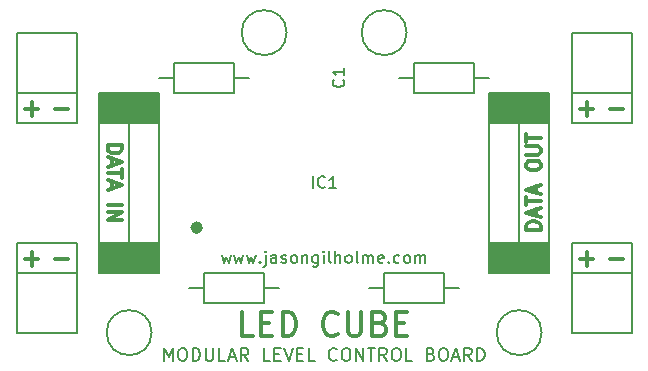
<source format=gto>
G04 #@! TF.FileFunction,Legend,Top*
%FSLAX46Y46*%
G04 Gerber Fmt 4.6, Leading zero omitted, Abs format (unit mm)*
G04 Created by KiCad (PCBNEW 4.0.0-rc2-stable) date Sun 15 Nov 2015 10:20:30 AEDT*
%MOMM*%
G01*
G04 APERTURE LIST*
%ADD10C,0.100000*%
%ADD11C,0.200000*%
%ADD12C,0.300000*%
%ADD13C,0.500000*%
%ADD14C,0.150000*%
%ADD15C,0.254000*%
G04 APERTURE END LIST*
D10*
D11*
X155233810Y-107132381D02*
X155233810Y-106132381D01*
X156281429Y-107037143D02*
X156233810Y-107084762D01*
X156090953Y-107132381D01*
X155995715Y-107132381D01*
X155852857Y-107084762D01*
X155757619Y-106989524D01*
X155710000Y-106894286D01*
X155662381Y-106703810D01*
X155662381Y-106560952D01*
X155710000Y-106370476D01*
X155757619Y-106275238D01*
X155852857Y-106180000D01*
X155995715Y-106132381D01*
X156090953Y-106132381D01*
X156233810Y-106180000D01*
X156281429Y-106227619D01*
X157233810Y-107132381D02*
X156662381Y-107132381D01*
X156948095Y-107132381D02*
X156948095Y-106132381D01*
X156852857Y-106275238D01*
X156757619Y-106370476D01*
X156662381Y-106418095D01*
D12*
X150209999Y-119649762D02*
X149257618Y-119649762D01*
X149257618Y-117649762D01*
X150876666Y-118602143D02*
X151543333Y-118602143D01*
X151829047Y-119649762D02*
X150876666Y-119649762D01*
X150876666Y-117649762D01*
X151829047Y-117649762D01*
X152686190Y-119649762D02*
X152686190Y-117649762D01*
X153162381Y-117649762D01*
X153448095Y-117745000D01*
X153638571Y-117935476D01*
X153733810Y-118125952D01*
X153829048Y-118506905D01*
X153829048Y-118792619D01*
X153733810Y-119173571D01*
X153638571Y-119364048D01*
X153448095Y-119554524D01*
X153162381Y-119649762D01*
X152686190Y-119649762D01*
X157352858Y-119459286D02*
X157257620Y-119554524D01*
X156971905Y-119649762D01*
X156781429Y-119649762D01*
X156495715Y-119554524D01*
X156305239Y-119364048D01*
X156210000Y-119173571D01*
X156114762Y-118792619D01*
X156114762Y-118506905D01*
X156210000Y-118125952D01*
X156305239Y-117935476D01*
X156495715Y-117745000D01*
X156781429Y-117649762D01*
X156971905Y-117649762D01*
X157257620Y-117745000D01*
X157352858Y-117840238D01*
X158210000Y-117649762D02*
X158210000Y-119268810D01*
X158305239Y-119459286D01*
X158400477Y-119554524D01*
X158590953Y-119649762D01*
X158971905Y-119649762D01*
X159162381Y-119554524D01*
X159257620Y-119459286D01*
X159352858Y-119268810D01*
X159352858Y-117649762D01*
X160971905Y-118602143D02*
X161257619Y-118697381D01*
X161352858Y-118792619D01*
X161448096Y-118983095D01*
X161448096Y-119268810D01*
X161352858Y-119459286D01*
X161257619Y-119554524D01*
X161067143Y-119649762D01*
X160305238Y-119649762D01*
X160305238Y-117649762D01*
X160971905Y-117649762D01*
X161162381Y-117745000D01*
X161257619Y-117840238D01*
X161352858Y-118030714D01*
X161352858Y-118221190D01*
X161257619Y-118411667D01*
X161162381Y-118506905D01*
X160971905Y-118602143D01*
X160305238Y-118602143D01*
X162305238Y-118602143D02*
X162971905Y-118602143D01*
X163257619Y-119649762D02*
X162305238Y-119649762D01*
X162305238Y-117649762D01*
X163257619Y-117649762D01*
D11*
X175260000Y-99060000D02*
X175260000Y-101600000D01*
X170180000Y-99060000D02*
X175260000Y-99060000D01*
X170180000Y-101600000D02*
X170180000Y-99060000D01*
X175260000Y-114300000D02*
X175260000Y-111760000D01*
X170180000Y-114300000D02*
X175260000Y-114300000D01*
X170180000Y-111760000D02*
X170180000Y-114300000D01*
X137160000Y-114300000D02*
X137160000Y-111760000D01*
X142240000Y-114300000D02*
X137160000Y-114300000D01*
X142240000Y-113665000D02*
X142240000Y-114300000D01*
X142240000Y-111760000D02*
X142240000Y-113665000D01*
X137160000Y-99060000D02*
X137160000Y-101600000D01*
X142240000Y-99060000D02*
X137160000Y-99060000D01*
X142240000Y-101600000D02*
X142240000Y-99060000D01*
X137160000Y-111760000D02*
X139700000Y-111760000D01*
X137160000Y-101600000D02*
X137160000Y-111760000D01*
X139700000Y-101600000D02*
X137160000Y-101600000D01*
D12*
X137887143Y-103508571D02*
X139087143Y-103508571D01*
X139087143Y-103794286D01*
X139030000Y-103965714D01*
X138915714Y-104080000D01*
X138801429Y-104137143D01*
X138572857Y-104194286D01*
X138401429Y-104194286D01*
X138172857Y-104137143D01*
X138058571Y-104080000D01*
X137944286Y-103965714D01*
X137887143Y-103794286D01*
X137887143Y-103508571D01*
X138230000Y-104651428D02*
X138230000Y-105222857D01*
X137887143Y-104537143D02*
X139087143Y-104937143D01*
X137887143Y-105337143D01*
X139087143Y-105565714D02*
X139087143Y-106251428D01*
X137887143Y-105908571D02*
X139087143Y-105908571D01*
X138230000Y-106594285D02*
X138230000Y-107165714D01*
X137887143Y-106480000D02*
X139087143Y-106880000D01*
X137887143Y-107280000D01*
X137887143Y-108594285D02*
X139087143Y-108594285D01*
X137887143Y-109165714D02*
X139087143Y-109165714D01*
X137887143Y-109851429D01*
X139087143Y-109851429D01*
D11*
X175260000Y-111760000D02*
X172720000Y-111760000D01*
X175260000Y-101600000D02*
X175260000Y-111760000D01*
X172720000Y-101600000D02*
X175260000Y-101600000D01*
D12*
X174532857Y-110651429D02*
X173332857Y-110651429D01*
X173332857Y-110365714D01*
X173390000Y-110194286D01*
X173504286Y-110080000D01*
X173618571Y-110022857D01*
X173847143Y-109965714D01*
X174018571Y-109965714D01*
X174247143Y-110022857D01*
X174361429Y-110080000D01*
X174475714Y-110194286D01*
X174532857Y-110365714D01*
X174532857Y-110651429D01*
X174190000Y-109508572D02*
X174190000Y-108937143D01*
X174532857Y-109622857D02*
X173332857Y-109222857D01*
X174532857Y-108822857D01*
X173332857Y-108594286D02*
X173332857Y-107908572D01*
X174532857Y-108251429D02*
X173332857Y-108251429D01*
X174190000Y-107565715D02*
X174190000Y-106994286D01*
X174532857Y-107680000D02*
X173332857Y-107280000D01*
X174532857Y-106880000D01*
X173332857Y-105337143D02*
X173332857Y-105108572D01*
X173390000Y-104994286D01*
X173504286Y-104880000D01*
X173732857Y-104822858D01*
X174132857Y-104822858D01*
X174361429Y-104880000D01*
X174475714Y-104994286D01*
X174532857Y-105108572D01*
X174532857Y-105337143D01*
X174475714Y-105451429D01*
X174361429Y-105565715D01*
X174132857Y-105622858D01*
X173732857Y-105622858D01*
X173504286Y-105565715D01*
X173390000Y-105451429D01*
X173332857Y-105337143D01*
X173332857Y-104308572D02*
X174304286Y-104308572D01*
X174418571Y-104251429D01*
X174475714Y-104194286D01*
X174532857Y-104080000D01*
X174532857Y-103851429D01*
X174475714Y-103737143D01*
X174418571Y-103680000D01*
X174304286Y-103622857D01*
X173332857Y-103622857D01*
X173332857Y-103222857D02*
X173332857Y-102537143D01*
X174532857Y-102880000D02*
X173332857Y-102880000D01*
X180403572Y-100437143D02*
X181546429Y-100437143D01*
X177863572Y-100437143D02*
X179006429Y-100437143D01*
X178435000Y-101008571D02*
X178435000Y-99865714D01*
D11*
X182245000Y-101600000D02*
X177165000Y-101600000D01*
X182245000Y-99060000D02*
X182245000Y-101600000D01*
X177165000Y-101600000D02*
X177165000Y-99060000D01*
X177165000Y-111760000D02*
X177165000Y-114300000D01*
X182245000Y-111760000D02*
X177165000Y-111760000D01*
X182245000Y-114300000D02*
X182245000Y-111760000D01*
D12*
X177863572Y-113137143D02*
X179006429Y-113137143D01*
X178435000Y-113708571D02*
X178435000Y-112565714D01*
D11*
X182245000Y-114300000D02*
X177165000Y-114300000D01*
X182245000Y-119380000D02*
X182245000Y-114300000D01*
X177165000Y-119380000D02*
X182245000Y-119380000D01*
X177165000Y-114300000D02*
X177165000Y-119380000D01*
D12*
X180403572Y-113137143D02*
X181546429Y-113137143D01*
D11*
X135255000Y-101600000D02*
X135255000Y-99060000D01*
X130175000Y-101600000D02*
X135255000Y-101600000D01*
X130175000Y-99060000D02*
X130175000Y-101600000D01*
X135255000Y-111760000D02*
X135255000Y-114300000D01*
X130175000Y-111760000D02*
X135255000Y-111760000D01*
X130175000Y-114300000D02*
X130175000Y-111760000D01*
D12*
X133413572Y-113137143D02*
X134556429Y-113137143D01*
X130873572Y-113137143D02*
X132016429Y-113137143D01*
X131445000Y-113708571D02*
X131445000Y-112565714D01*
D11*
X135255000Y-114300000D02*
X130175000Y-114300000D01*
X135255000Y-119380000D02*
X135255000Y-114300000D01*
X130175000Y-119380000D02*
X135255000Y-119380000D01*
X130175000Y-114300000D02*
X130175000Y-119380000D01*
D12*
X133413572Y-100437143D02*
X134556429Y-100437143D01*
X130873572Y-100437143D02*
X132016429Y-100437143D01*
X131445000Y-101008571D02*
X131445000Y-99865714D01*
D11*
X142240000Y-101600000D02*
X139700000Y-101600000D01*
X142240000Y-111760000D02*
X142240000Y-101600000D01*
X139700000Y-111760000D02*
X142240000Y-111760000D01*
X139700000Y-101600000D02*
X139700000Y-111760000D01*
X170180000Y-111760000D02*
X170180000Y-101600000D01*
X172720000Y-111760000D02*
X170180000Y-111760000D01*
X172720000Y-101600000D02*
X172720000Y-111760000D01*
X170180000Y-101600000D02*
X172720000Y-101600000D01*
X130175000Y-99060000D02*
X130175000Y-93980000D01*
X135255000Y-99060000D02*
X130175000Y-99060000D01*
X135255000Y-93980000D02*
X135255000Y-99060000D01*
X134620000Y-93980000D02*
X135255000Y-93980000D01*
X130175000Y-93980000D02*
X134620000Y-93980000D01*
X177165000Y-99060000D02*
X177165000Y-93980000D01*
X182245000Y-99060000D02*
X177165000Y-99060000D01*
X182245000Y-93980000D02*
X182245000Y-99060000D01*
X177165000Y-93980000D02*
X182245000Y-93980000D01*
X174625000Y-119380000D02*
G75*
G03X174625000Y-119380000I-1905000J0D01*
G01*
X141605000Y-119380000D02*
G75*
G03X141605000Y-119380000I-1905000J0D01*
G01*
X163195000Y-93980000D02*
G75*
G03X163195000Y-93980000I-1905000J0D01*
G01*
X153035000Y-93980000D02*
G75*
G03X153035000Y-93980000I-1905000J0D01*
G01*
D13*
X145695000Y-110490000D02*
G75*
G03X145695000Y-110490000I-280000J0D01*
G01*
D11*
X142669525Y-121782619D02*
X142669525Y-120682619D01*
X143036191Y-121468333D01*
X143402858Y-120682619D01*
X143402858Y-121782619D01*
X144136192Y-120682619D02*
X144345715Y-120682619D01*
X144450477Y-120735000D01*
X144555239Y-120839762D01*
X144607620Y-121049286D01*
X144607620Y-121415952D01*
X144555239Y-121625476D01*
X144450477Y-121730238D01*
X144345715Y-121782619D01*
X144136192Y-121782619D01*
X144031430Y-121730238D01*
X143926668Y-121625476D01*
X143874287Y-121415952D01*
X143874287Y-121049286D01*
X143926668Y-120839762D01*
X144031430Y-120735000D01*
X144136192Y-120682619D01*
X145079049Y-121782619D02*
X145079049Y-120682619D01*
X145340954Y-120682619D01*
X145498096Y-120735000D01*
X145602858Y-120839762D01*
X145655239Y-120944524D01*
X145707620Y-121154048D01*
X145707620Y-121311190D01*
X145655239Y-121520714D01*
X145602858Y-121625476D01*
X145498096Y-121730238D01*
X145340954Y-121782619D01*
X145079049Y-121782619D01*
X146179049Y-120682619D02*
X146179049Y-121573095D01*
X146231430Y-121677857D01*
X146283811Y-121730238D01*
X146388573Y-121782619D01*
X146598096Y-121782619D01*
X146702858Y-121730238D01*
X146755239Y-121677857D01*
X146807620Y-121573095D01*
X146807620Y-120682619D01*
X147855239Y-121782619D02*
X147331430Y-121782619D01*
X147331430Y-120682619D01*
X148169525Y-121468333D02*
X148693334Y-121468333D01*
X148064763Y-121782619D02*
X148431430Y-120682619D01*
X148798096Y-121782619D01*
X149793334Y-121782619D02*
X149426668Y-121258810D01*
X149164763Y-121782619D02*
X149164763Y-120682619D01*
X149583810Y-120682619D01*
X149688572Y-120735000D01*
X149740953Y-120787381D01*
X149793334Y-120892143D01*
X149793334Y-121049286D01*
X149740953Y-121154048D01*
X149688572Y-121206429D01*
X149583810Y-121258810D01*
X149164763Y-121258810D01*
X151626667Y-121782619D02*
X151102858Y-121782619D01*
X151102858Y-120682619D01*
X151993334Y-121206429D02*
X152360000Y-121206429D01*
X152517143Y-121782619D02*
X151993334Y-121782619D01*
X151993334Y-120682619D01*
X152517143Y-120682619D01*
X152831429Y-120682619D02*
X153198096Y-121782619D01*
X153564762Y-120682619D01*
X153931429Y-121206429D02*
X154298095Y-121206429D01*
X154455238Y-121782619D02*
X153931429Y-121782619D01*
X153931429Y-120682619D01*
X154455238Y-120682619D01*
X155450476Y-121782619D02*
X154926667Y-121782619D01*
X154926667Y-120682619D01*
X157283809Y-121677857D02*
X157231428Y-121730238D01*
X157074285Y-121782619D01*
X156969523Y-121782619D01*
X156812381Y-121730238D01*
X156707619Y-121625476D01*
X156655238Y-121520714D01*
X156602857Y-121311190D01*
X156602857Y-121154048D01*
X156655238Y-120944524D01*
X156707619Y-120839762D01*
X156812381Y-120735000D01*
X156969523Y-120682619D01*
X157074285Y-120682619D01*
X157231428Y-120735000D01*
X157283809Y-120787381D01*
X157964762Y-120682619D02*
X158174285Y-120682619D01*
X158279047Y-120735000D01*
X158383809Y-120839762D01*
X158436190Y-121049286D01*
X158436190Y-121415952D01*
X158383809Y-121625476D01*
X158279047Y-121730238D01*
X158174285Y-121782619D01*
X157964762Y-121782619D01*
X157860000Y-121730238D01*
X157755238Y-121625476D01*
X157702857Y-121415952D01*
X157702857Y-121049286D01*
X157755238Y-120839762D01*
X157860000Y-120735000D01*
X157964762Y-120682619D01*
X158907619Y-121782619D02*
X158907619Y-120682619D01*
X159536190Y-121782619D01*
X159536190Y-120682619D01*
X159902857Y-120682619D02*
X160531428Y-120682619D01*
X160217143Y-121782619D02*
X160217143Y-120682619D01*
X161526666Y-121782619D02*
X161160000Y-121258810D01*
X160898095Y-121782619D02*
X160898095Y-120682619D01*
X161317142Y-120682619D01*
X161421904Y-120735000D01*
X161474285Y-120787381D01*
X161526666Y-120892143D01*
X161526666Y-121049286D01*
X161474285Y-121154048D01*
X161421904Y-121206429D01*
X161317142Y-121258810D01*
X160898095Y-121258810D01*
X162207619Y-120682619D02*
X162417142Y-120682619D01*
X162521904Y-120735000D01*
X162626666Y-120839762D01*
X162679047Y-121049286D01*
X162679047Y-121415952D01*
X162626666Y-121625476D01*
X162521904Y-121730238D01*
X162417142Y-121782619D01*
X162207619Y-121782619D01*
X162102857Y-121730238D01*
X161998095Y-121625476D01*
X161945714Y-121415952D01*
X161945714Y-121049286D01*
X161998095Y-120839762D01*
X162102857Y-120735000D01*
X162207619Y-120682619D01*
X163674285Y-121782619D02*
X163150476Y-121782619D01*
X163150476Y-120682619D01*
X165245713Y-121206429D02*
X165402856Y-121258810D01*
X165455237Y-121311190D01*
X165507618Y-121415952D01*
X165507618Y-121573095D01*
X165455237Y-121677857D01*
X165402856Y-121730238D01*
X165298094Y-121782619D01*
X164879047Y-121782619D01*
X164879047Y-120682619D01*
X165245713Y-120682619D01*
X165350475Y-120735000D01*
X165402856Y-120787381D01*
X165455237Y-120892143D01*
X165455237Y-120996905D01*
X165402856Y-121101667D01*
X165350475Y-121154048D01*
X165245713Y-121206429D01*
X164879047Y-121206429D01*
X166188571Y-120682619D02*
X166398094Y-120682619D01*
X166502856Y-120735000D01*
X166607618Y-120839762D01*
X166659999Y-121049286D01*
X166659999Y-121415952D01*
X166607618Y-121625476D01*
X166502856Y-121730238D01*
X166398094Y-121782619D01*
X166188571Y-121782619D01*
X166083809Y-121730238D01*
X165979047Y-121625476D01*
X165926666Y-121415952D01*
X165926666Y-121049286D01*
X165979047Y-120839762D01*
X166083809Y-120735000D01*
X166188571Y-120682619D01*
X167079047Y-121468333D02*
X167602856Y-121468333D01*
X166974285Y-121782619D02*
X167340952Y-120682619D01*
X167707618Y-121782619D01*
X168702856Y-121782619D02*
X168336190Y-121258810D01*
X168074285Y-121782619D02*
X168074285Y-120682619D01*
X168493332Y-120682619D01*
X168598094Y-120735000D01*
X168650475Y-120787381D01*
X168702856Y-120892143D01*
X168702856Y-121049286D01*
X168650475Y-121154048D01*
X168598094Y-121206429D01*
X168493332Y-121258810D01*
X168074285Y-121258810D01*
X169174285Y-121782619D02*
X169174285Y-120682619D01*
X169436190Y-120682619D01*
X169593332Y-120735000D01*
X169698094Y-120839762D01*
X169750475Y-120944524D01*
X169802856Y-121154048D01*
X169802856Y-121311190D01*
X169750475Y-121520714D01*
X169698094Y-121625476D01*
X169593332Y-121730238D01*
X169436190Y-121782619D01*
X169174285Y-121782619D01*
D14*
X147543334Y-112815714D02*
X147733810Y-113482381D01*
X147924287Y-113006190D01*
X148114763Y-113482381D01*
X148305239Y-112815714D01*
X148590953Y-112815714D02*
X148781429Y-113482381D01*
X148971906Y-113006190D01*
X149162382Y-113482381D01*
X149352858Y-112815714D01*
X149638572Y-112815714D02*
X149829048Y-113482381D01*
X150019525Y-113006190D01*
X150210001Y-113482381D01*
X150400477Y-112815714D01*
X150781429Y-113387143D02*
X150829048Y-113434762D01*
X150781429Y-113482381D01*
X150733810Y-113434762D01*
X150781429Y-113387143D01*
X150781429Y-113482381D01*
X151257619Y-112815714D02*
X151257619Y-113672857D01*
X151210000Y-113768095D01*
X151114762Y-113815714D01*
X151067143Y-113815714D01*
X151257619Y-112482381D02*
X151210000Y-112530000D01*
X151257619Y-112577619D01*
X151305238Y-112530000D01*
X151257619Y-112482381D01*
X151257619Y-112577619D01*
X152162381Y-113482381D02*
X152162381Y-112958571D01*
X152114762Y-112863333D01*
X152019524Y-112815714D01*
X151829047Y-112815714D01*
X151733809Y-112863333D01*
X152162381Y-113434762D02*
X152067143Y-113482381D01*
X151829047Y-113482381D01*
X151733809Y-113434762D01*
X151686190Y-113339524D01*
X151686190Y-113244286D01*
X151733809Y-113149048D01*
X151829047Y-113101429D01*
X152067143Y-113101429D01*
X152162381Y-113053810D01*
X152590952Y-113434762D02*
X152686190Y-113482381D01*
X152876666Y-113482381D01*
X152971905Y-113434762D01*
X153019524Y-113339524D01*
X153019524Y-113291905D01*
X152971905Y-113196667D01*
X152876666Y-113149048D01*
X152733809Y-113149048D01*
X152638571Y-113101429D01*
X152590952Y-113006190D01*
X152590952Y-112958571D01*
X152638571Y-112863333D01*
X152733809Y-112815714D01*
X152876666Y-112815714D01*
X152971905Y-112863333D01*
X153590952Y-113482381D02*
X153495714Y-113434762D01*
X153448095Y-113387143D01*
X153400476Y-113291905D01*
X153400476Y-113006190D01*
X153448095Y-112910952D01*
X153495714Y-112863333D01*
X153590952Y-112815714D01*
X153733810Y-112815714D01*
X153829048Y-112863333D01*
X153876667Y-112910952D01*
X153924286Y-113006190D01*
X153924286Y-113291905D01*
X153876667Y-113387143D01*
X153829048Y-113434762D01*
X153733810Y-113482381D01*
X153590952Y-113482381D01*
X154352857Y-112815714D02*
X154352857Y-113482381D01*
X154352857Y-112910952D02*
X154400476Y-112863333D01*
X154495714Y-112815714D01*
X154638572Y-112815714D01*
X154733810Y-112863333D01*
X154781429Y-112958571D01*
X154781429Y-113482381D01*
X155686191Y-112815714D02*
X155686191Y-113625238D01*
X155638572Y-113720476D01*
X155590953Y-113768095D01*
X155495714Y-113815714D01*
X155352857Y-113815714D01*
X155257619Y-113768095D01*
X155686191Y-113434762D02*
X155590953Y-113482381D01*
X155400476Y-113482381D01*
X155305238Y-113434762D01*
X155257619Y-113387143D01*
X155210000Y-113291905D01*
X155210000Y-113006190D01*
X155257619Y-112910952D01*
X155305238Y-112863333D01*
X155400476Y-112815714D01*
X155590953Y-112815714D01*
X155686191Y-112863333D01*
X156162381Y-113482381D02*
X156162381Y-112815714D01*
X156162381Y-112482381D02*
X156114762Y-112530000D01*
X156162381Y-112577619D01*
X156210000Y-112530000D01*
X156162381Y-112482381D01*
X156162381Y-112577619D01*
X156781428Y-113482381D02*
X156686190Y-113434762D01*
X156638571Y-113339524D01*
X156638571Y-112482381D01*
X157162381Y-113482381D02*
X157162381Y-112482381D01*
X157590953Y-113482381D02*
X157590953Y-112958571D01*
X157543334Y-112863333D01*
X157448096Y-112815714D01*
X157305238Y-112815714D01*
X157210000Y-112863333D01*
X157162381Y-112910952D01*
X158210000Y-113482381D02*
X158114762Y-113434762D01*
X158067143Y-113387143D01*
X158019524Y-113291905D01*
X158019524Y-113006190D01*
X158067143Y-112910952D01*
X158114762Y-112863333D01*
X158210000Y-112815714D01*
X158352858Y-112815714D01*
X158448096Y-112863333D01*
X158495715Y-112910952D01*
X158543334Y-113006190D01*
X158543334Y-113291905D01*
X158495715Y-113387143D01*
X158448096Y-113434762D01*
X158352858Y-113482381D01*
X158210000Y-113482381D01*
X159114762Y-113482381D02*
X159019524Y-113434762D01*
X158971905Y-113339524D01*
X158971905Y-112482381D01*
X159495715Y-113482381D02*
X159495715Y-112815714D01*
X159495715Y-112910952D02*
X159543334Y-112863333D01*
X159638572Y-112815714D01*
X159781430Y-112815714D01*
X159876668Y-112863333D01*
X159924287Y-112958571D01*
X159924287Y-113482381D01*
X159924287Y-112958571D02*
X159971906Y-112863333D01*
X160067144Y-112815714D01*
X160210001Y-112815714D01*
X160305239Y-112863333D01*
X160352858Y-112958571D01*
X160352858Y-113482381D01*
X161210001Y-113434762D02*
X161114763Y-113482381D01*
X160924286Y-113482381D01*
X160829048Y-113434762D01*
X160781429Y-113339524D01*
X160781429Y-112958571D01*
X160829048Y-112863333D01*
X160924286Y-112815714D01*
X161114763Y-112815714D01*
X161210001Y-112863333D01*
X161257620Y-112958571D01*
X161257620Y-113053810D01*
X160781429Y-113149048D01*
X161686191Y-113387143D02*
X161733810Y-113434762D01*
X161686191Y-113482381D01*
X161638572Y-113434762D01*
X161686191Y-113387143D01*
X161686191Y-113482381D01*
X162590953Y-113434762D02*
X162495715Y-113482381D01*
X162305238Y-113482381D01*
X162210000Y-113434762D01*
X162162381Y-113387143D01*
X162114762Y-113291905D01*
X162114762Y-113006190D01*
X162162381Y-112910952D01*
X162210000Y-112863333D01*
X162305238Y-112815714D01*
X162495715Y-112815714D01*
X162590953Y-112863333D01*
X163162381Y-113482381D02*
X163067143Y-113434762D01*
X163019524Y-113387143D01*
X162971905Y-113291905D01*
X162971905Y-113006190D01*
X163019524Y-112910952D01*
X163067143Y-112863333D01*
X163162381Y-112815714D01*
X163305239Y-112815714D01*
X163400477Y-112863333D01*
X163448096Y-112910952D01*
X163495715Y-113006190D01*
X163495715Y-113291905D01*
X163448096Y-113387143D01*
X163400477Y-113434762D01*
X163305239Y-113482381D01*
X163162381Y-113482381D01*
X163924286Y-113482381D02*
X163924286Y-112815714D01*
X163924286Y-112910952D02*
X163971905Y-112863333D01*
X164067143Y-112815714D01*
X164210001Y-112815714D01*
X164305239Y-112863333D01*
X164352858Y-112958571D01*
X164352858Y-113482381D01*
X164352858Y-112958571D02*
X164400477Y-112863333D01*
X164495715Y-112815714D01*
X164638572Y-112815714D01*
X164733810Y-112863333D01*
X164781429Y-112958571D01*
X164781429Y-113482381D01*
X151130000Y-116840000D02*
X146050000Y-116840000D01*
X146050000Y-116840000D02*
X146050000Y-114300000D01*
X146050000Y-114300000D02*
X151130000Y-114300000D01*
X151130000Y-114300000D02*
X151130000Y-116840000D01*
X151130000Y-115570000D02*
X152400000Y-115570000D01*
X146050000Y-115570000D02*
X144780000Y-115570000D01*
X143510000Y-96520000D02*
X148590000Y-96520000D01*
X148590000Y-96520000D02*
X148590000Y-99060000D01*
X148590000Y-99060000D02*
X143510000Y-99060000D01*
X143510000Y-99060000D02*
X143510000Y-96520000D01*
X143510000Y-97790000D02*
X142240000Y-97790000D01*
X148590000Y-97790000D02*
X149860000Y-97790000D01*
X168910000Y-99060000D02*
X163830000Y-99060000D01*
X163830000Y-99060000D02*
X163830000Y-96520000D01*
X163830000Y-96520000D02*
X168910000Y-96520000D01*
X168910000Y-96520000D02*
X168910000Y-99060000D01*
X168910000Y-97790000D02*
X170180000Y-97790000D01*
X163830000Y-97790000D02*
X162560000Y-97790000D01*
X166370000Y-116840000D02*
X161290000Y-116840000D01*
X161290000Y-116840000D02*
X161290000Y-114300000D01*
X161290000Y-114300000D02*
X166370000Y-114300000D01*
X166370000Y-114300000D02*
X166370000Y-116840000D01*
X166370000Y-115570000D02*
X167640000Y-115570000D01*
X161290000Y-115570000D02*
X160020000Y-115570000D01*
X157837143Y-97956666D02*
X157884762Y-98004285D01*
X157932381Y-98147142D01*
X157932381Y-98242380D01*
X157884762Y-98385238D01*
X157789524Y-98480476D01*
X157694286Y-98528095D01*
X157503810Y-98575714D01*
X157360952Y-98575714D01*
X157170476Y-98528095D01*
X157075238Y-98480476D01*
X156980000Y-98385238D01*
X156932381Y-98242380D01*
X156932381Y-98147142D01*
X156980000Y-98004285D01*
X157027619Y-97956666D01*
X157932381Y-97004285D02*
X157932381Y-97575714D01*
X157932381Y-97290000D02*
X156932381Y-97290000D01*
X157075238Y-97385238D01*
X157170476Y-97480476D01*
X157218095Y-97575714D01*
D15*
G36*
X175133000Y-101473000D02*
X170307000Y-101473000D01*
X170307000Y-99187000D01*
X175133000Y-99187000D01*
X175133000Y-101473000D01*
X175133000Y-101473000D01*
G37*
X175133000Y-101473000D02*
X170307000Y-101473000D01*
X170307000Y-99187000D01*
X175133000Y-99187000D01*
X175133000Y-101473000D01*
G36*
X175133000Y-114173000D02*
X170307000Y-114173000D01*
X170307000Y-111887000D01*
X175133000Y-111887000D01*
X175133000Y-114173000D01*
X175133000Y-114173000D01*
G37*
X175133000Y-114173000D02*
X170307000Y-114173000D01*
X170307000Y-111887000D01*
X175133000Y-111887000D01*
X175133000Y-114173000D01*
G36*
X142113000Y-114173000D02*
X137287000Y-114173000D01*
X137287000Y-111887000D01*
X142113000Y-111887000D01*
X142113000Y-114173000D01*
X142113000Y-114173000D01*
G37*
X142113000Y-114173000D02*
X137287000Y-114173000D01*
X137287000Y-111887000D01*
X142113000Y-111887000D01*
X142113000Y-114173000D01*
G36*
X142113000Y-101473000D02*
X137287000Y-101473000D01*
X137287000Y-99187000D01*
X142113000Y-99187000D01*
X142113000Y-101473000D01*
X142113000Y-101473000D01*
G37*
X142113000Y-101473000D02*
X137287000Y-101473000D01*
X137287000Y-99187000D01*
X142113000Y-99187000D01*
X142113000Y-101473000D01*
M02*

</source>
